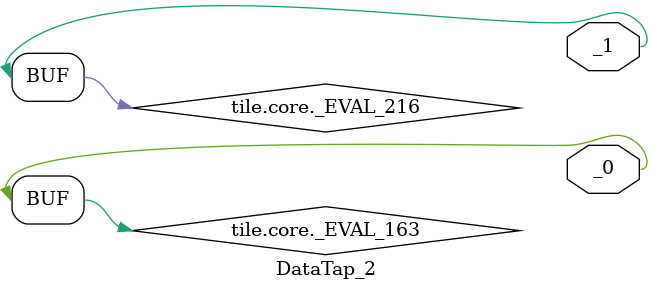
<source format=sv>
module DataTap_2(
  output  _1,
  output  _0
);
  assign _1 = tile.core._EVAL_216;
  assign _0 = tile.core._EVAL_163;
endmodule

</source>
